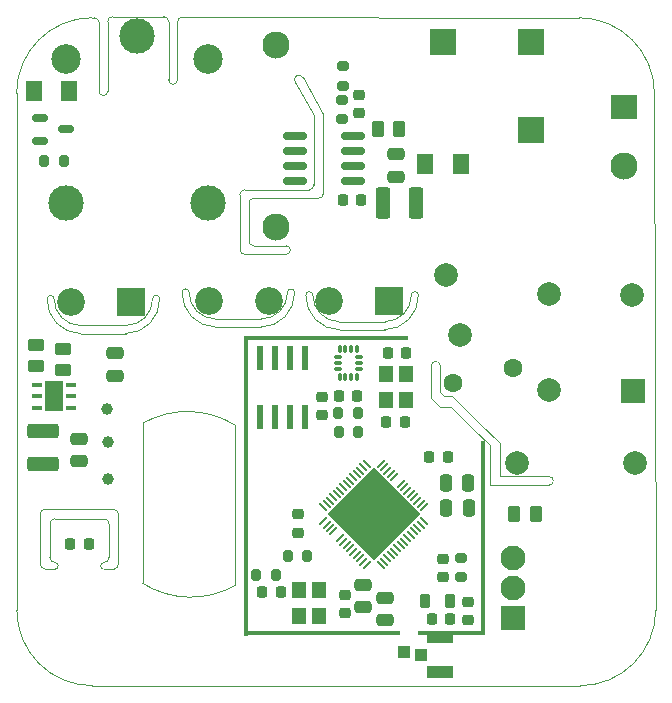
<source format=gbr>
%TF.GenerationSoftware,KiCad,Pcbnew,7.0.6*%
%TF.CreationDate,2023-07-20T17:02:44+02:00*%
%TF.ProjectId,smart_power_socket-54x54x1_6mm_3Cu,736d6172-745f-4706-9f77-65725f736f63,rev?*%
%TF.SameCoordinates,Original*%
%TF.FileFunction,Soldermask,Top*%
%TF.FilePolarity,Negative*%
%FSLAX46Y46*%
G04 Gerber Fmt 4.6, Leading zero omitted, Abs format (unit mm)*
G04 Created by KiCad (PCBNEW 7.0.6) date 2023-07-20 17:02:44*
%MOMM*%
%LPD*%
G01*
G04 APERTURE LIST*
G04 Aperture macros list*
%AMRoundRect*
0 Rectangle with rounded corners*
0 $1 Rounding radius*
0 $2 $3 $4 $5 $6 $7 $8 $9 X,Y pos of 4 corners*
0 Add a 4 corners polygon primitive as box body*
4,1,4,$2,$3,$4,$5,$6,$7,$8,$9,$2,$3,0*
0 Add four circle primitives for the rounded corners*
1,1,$1+$1,$2,$3*
1,1,$1+$1,$4,$5*
1,1,$1+$1,$6,$7*
1,1,$1+$1,$8,$9*
0 Add four rect primitives between the rounded corners*
20,1,$1+$1,$2,$3,$4,$5,0*
20,1,$1+$1,$4,$5,$6,$7,0*
20,1,$1+$1,$6,$7,$8,$9,0*
20,1,$1+$1,$8,$9,$2,$3,0*%
%AMRotRect*
0 Rectangle, with rotation*
0 The origin of the aperture is its center*
0 $1 length*
0 $2 width*
0 $3 Rotation angle, in degrees counterclockwise*
0 Add horizontal line*
21,1,$1,$2,0,0,$3*%
G04 Aperture macros list end*
%ADD10RoundRect,0.218750X0.218750X0.381250X-0.218750X0.381250X-0.218750X-0.381250X0.218750X-0.381250X0*%
%ADD11RoundRect,0.200000X-0.200000X-0.275000X0.200000X-0.275000X0.200000X0.275000X-0.200000X0.275000X0*%
%ADD12RoundRect,0.250000X-0.450000X0.262500X-0.450000X-0.262500X0.450000X-0.262500X0.450000X0.262500X0*%
%ADD13RoundRect,0.225000X-0.250000X0.225000X-0.250000X-0.225000X0.250000X-0.225000X0.250000X0.225000X0*%
%ADD14RoundRect,0.250000X1.075000X-0.375000X1.075000X0.375000X-1.075000X0.375000X-1.075000X-0.375000X0*%
%ADD15RoundRect,0.250000X0.475000X-0.250000X0.475000X0.250000X-0.475000X0.250000X-0.475000X-0.250000X0*%
%ADD16C,1.000000*%
%ADD17RoundRect,0.200000X-0.275000X0.200000X-0.275000X-0.200000X0.275000X-0.200000X0.275000X0.200000X0*%
%ADD18RoundRect,0.150000X-0.512500X-0.150000X0.512500X-0.150000X0.512500X0.150000X-0.512500X0.150000X0*%
%ADD19RoundRect,0.225000X0.225000X0.250000X-0.225000X0.250000X-0.225000X-0.250000X0.225000X-0.250000X0*%
%ADD20RoundRect,0.200000X0.275000X-0.200000X0.275000X0.200000X-0.275000X0.200000X-0.275000X-0.200000X0*%
%ADD21RoundRect,0.250000X0.250000X0.475000X-0.250000X0.475000X-0.250000X-0.475000X0.250000X-0.475000X0*%
%ADD22RoundRect,0.250001X0.462499X0.624999X-0.462499X0.624999X-0.462499X-0.624999X0.462499X-0.624999X0*%
%ADD23RoundRect,0.250000X0.450000X-0.262500X0.450000X0.262500X-0.450000X0.262500X-0.450000X-0.262500X0*%
%ADD24R,0.840000X0.420000*%
%ADD25R,1.600000X2.500000*%
%ADD26RoundRect,0.225000X-0.225000X-0.250000X0.225000X-0.250000X0.225000X0.250000X-0.225000X0.250000X0*%
%ADD27RoundRect,0.225000X0.250000X-0.225000X0.250000X0.225000X-0.250000X0.225000X-0.250000X-0.225000X0*%
%ADD28RoundRect,0.150000X-0.825000X-0.150000X0.825000X-0.150000X0.825000X0.150000X-0.825000X0.150000X0*%
%ADD29R,1.200000X1.400000*%
%ADD30RoundRect,0.087500X-0.087500X0.225000X-0.087500X-0.225000X0.087500X-0.225000X0.087500X0.225000X0*%
%ADD31RoundRect,0.087500X-0.225000X0.087500X-0.225000X-0.087500X0.225000X-0.087500X0.225000X0.087500X0*%
%ADD32RoundRect,0.041300X-0.253700X0.948700X-0.253700X-0.948700X0.253700X-0.948700X0.253700X0.948700X0*%
%ADD33R,1.000000X1.000000*%
%ADD34RoundRect,0.050000X0.309359X-0.238649X-0.238649X0.309359X-0.309359X0.238649X0.238649X-0.309359X0*%
%ADD35RoundRect,0.050000X0.309359X0.238649X0.238649X0.309359X-0.309359X-0.238649X-0.238649X-0.309359X0*%
%ADD36RoundRect,0.002500X0.003536X0.000000X0.000000X0.003536X-0.003536X0.000000X0.000000X-0.003536X0*%
%ADD37RotRect,5.600000X5.600000X135.000000*%
%ADD38RoundRect,0.250000X0.262500X0.450000X-0.262500X0.450000X-0.262500X-0.450000X0.262500X-0.450000X0*%
%ADD39R,0.400000X16.500000*%
%ADD40R,0.400000X25.400000*%
%ADD41R,2.195000X2.195000*%
%ADD42RoundRect,0.250000X0.375000X1.075000X-0.375000X1.075000X-0.375000X-1.075000X0.375000X-1.075000X0*%
%ADD43R,2.250000X1.100000*%
%ADD44R,1.100000X1.050000*%
%ADD45R,14.000000X0.400000*%
%ADD46R,5.700000X0.400000*%
%ADD47R,13.300000X0.400000*%
%ADD48C,1.600000*%
%ADD49C,3.000000*%
%ADD50C,2.500000*%
%ADD51C,2.010000*%
%ADD52R,2.340000X2.340000*%
%ADD53C,2.340000*%
%ADD54R,2.000000X2.000000*%
%ADD55C,2.000000*%
%ADD56R,2.300000X2.000000*%
%ADD57C,2.300000*%
%ADD58R,2.100000X2.100000*%
%ADD59C,2.100000*%
%TA.AperFunction,Profile*%
%ADD60C,0.100000*%
%TD*%
G04 APERTURE END LIST*
D10*
%TO.C,L1*%
X150705000Y-119490000D03*
X148580000Y-119490000D03*
%TD*%
D11*
%TO.C,ER2*%
X137000000Y-115680000D03*
X138650000Y-115680000D03*
%TD*%
D12*
%TO.C,AR1*%
X117970000Y-98115000D03*
X117970000Y-99940000D03*
%TD*%
D13*
%TO.C,EC15*%
X141845076Y-118955500D03*
X141845076Y-120505500D03*
%TD*%
D14*
%TO.C,AL1*%
X116259924Y-107830000D03*
X116259924Y-105030000D03*
%TD*%
D15*
%TO.C,AC1*%
X119320000Y-107650000D03*
X119320000Y-105750000D03*
%TD*%
D16*
%TO.C,TP3*%
X121710000Y-103190000D03*
%TD*%
D17*
%TO.C,ER5*%
X141629924Y-74172000D03*
X141629924Y-75822000D03*
%TD*%
D18*
%TO.C,RQ1*%
X115970000Y-78590000D03*
X115970000Y-80490000D03*
X118245000Y-79540000D03*
%TD*%
D19*
%TO.C,EC19*%
X143214924Y-85547000D03*
X141664924Y-85547000D03*
%TD*%
%TO.C,ATH20_C1*%
X120120000Y-114650000D03*
X118570000Y-114650000D03*
%TD*%
D20*
%TO.C,ER1*%
X151640000Y-117445000D03*
X151640000Y-115795000D03*
%TD*%
D21*
%TO.C,EC3*%
X152290000Y-109440000D03*
X150390000Y-109440000D03*
%TD*%
D20*
%TO.C,ER4*%
X141599924Y-78672000D03*
X141599924Y-77022000D03*
%TD*%
D19*
%TO.C,IMUC1*%
X142850000Y-102140000D03*
X141300000Y-102140000D03*
%TD*%
D22*
%TO.C,HLD1*%
X151617424Y-82492000D03*
X148642424Y-82492000D03*
%TD*%
D23*
%TO.C,AR2*%
X115670000Y-99602500D03*
X115670000Y-97777500D03*
%TD*%
D24*
%TO.C,AU1*%
X115734924Y-101192000D03*
X115734924Y-102142000D03*
X115734924Y-103092000D03*
X118604924Y-103092000D03*
X118604924Y-102142000D03*
X118604924Y-101192000D03*
D25*
X117169924Y-102142000D03*
%TD*%
D26*
%TO.C,EC10*%
X149170076Y-121000500D03*
X150720076Y-121000500D03*
%TD*%
D27*
%TO.C,EC1*%
X150100000Y-117420000D03*
X150100000Y-115870000D03*
%TD*%
%TO.C,AUC1*%
X139865000Y-103737500D03*
X139865000Y-102187500D03*
%TD*%
D28*
%TO.C,ACS1*%
X137604924Y-80132000D03*
X137604924Y-81402000D03*
X137604924Y-82672000D03*
X137604924Y-83942000D03*
X142554924Y-83942000D03*
X142554924Y-82672000D03*
X142554924Y-81402000D03*
X142554924Y-80132000D03*
%TD*%
D29*
%TO.C,ECY1*%
X146965000Y-102452500D03*
X146965000Y-100252500D03*
X145265000Y-100252500D03*
X145265000Y-102452500D03*
%TD*%
D15*
%TO.C,EC4*%
X143385076Y-119990500D03*
X143385076Y-118090500D03*
%TD*%
%TO.C,HLC1*%
X146189924Y-83532000D03*
X146189924Y-81632000D03*
%TD*%
D29*
%TO.C,ECY2*%
X139650000Y-120720000D03*
X139650000Y-118520000D03*
X137950000Y-118520000D03*
X137950000Y-120720000D03*
%TD*%
D11*
%TO.C,RR1*%
X116355000Y-82240000D03*
X118005000Y-82240000D03*
%TD*%
D16*
%TO.C,TP2*%
X121790000Y-105970000D03*
%TD*%
D13*
%TO.C,EC18*%
X143039924Y-76582000D03*
X143039924Y-78132000D03*
%TD*%
D30*
%TO.C,U3*%
X142870000Y-98165000D03*
X142370000Y-98165000D03*
X141870000Y-98165000D03*
X141370000Y-98165000D03*
D31*
X141207500Y-98827500D03*
X141207500Y-99327500D03*
X141207500Y-99827500D03*
D30*
X141370000Y-100490000D03*
X141870000Y-100490000D03*
X142370000Y-100490000D03*
X142870000Y-100490000D03*
D31*
X143032500Y-99827500D03*
X143032500Y-99327500D03*
X143032500Y-98827500D03*
%TD*%
D22*
%TO.C,HLD3*%
X118487500Y-76310000D03*
X115512500Y-76310000D03*
%TD*%
D32*
%TO.C,U1*%
X138460000Y-98910000D03*
X137190000Y-98910000D03*
X135920000Y-98910000D03*
X134650000Y-98910000D03*
X134650000Y-103850000D03*
X135920000Y-103850000D03*
X137190000Y-103850000D03*
X138460000Y-103850000D03*
%TD*%
D19*
%TO.C,EC17*%
X136375076Y-118670500D03*
X134825076Y-118670500D03*
%TD*%
D33*
%TO.C,REF\u002A\u002A*%
X146790000Y-123790000D03*
%TD*%
D34*
%TO.C,ESP32S1*%
X144862202Y-116406708D03*
X145145045Y-116123865D03*
X145427887Y-115841023D03*
X145710730Y-115558180D03*
X145993573Y-115275337D03*
X146276415Y-114992495D03*
X146559258Y-114709652D03*
X146842101Y-114426809D03*
X147124944Y-114143966D03*
X147407786Y-113861124D03*
X147690629Y-113578281D03*
X147973472Y-113295438D03*
X148256314Y-113012596D03*
X148539157Y-112729753D03*
D35*
X148539157Y-111545349D03*
X148256314Y-111262506D03*
X147973472Y-110979664D03*
X147690629Y-110696821D03*
X147407786Y-110413978D03*
X147124944Y-110131136D03*
X146842101Y-109848293D03*
X146559258Y-109565450D03*
D36*
X146276415Y-109282607D03*
D35*
X145993573Y-108999765D03*
X145710730Y-108716922D03*
X145427887Y-108434079D03*
X145145045Y-108151237D03*
X144862202Y-107868394D03*
D34*
X143677798Y-107868394D03*
X143394955Y-108151237D03*
X143112113Y-108434079D03*
X142829270Y-108716922D03*
X142546427Y-108999765D03*
X142263585Y-109282607D03*
X141980742Y-109565450D03*
X141697899Y-109848293D03*
X141415056Y-110131136D03*
X141132214Y-110413978D03*
X140849371Y-110696821D03*
X140566528Y-110979664D03*
X140283686Y-111262506D03*
X140000843Y-111545349D03*
D35*
X140000843Y-112729753D03*
X140283686Y-113012596D03*
X140566528Y-113295438D03*
X140849371Y-113578281D03*
D36*
X141132214Y-113861124D03*
D35*
X141415056Y-114143966D03*
X141697899Y-114426809D03*
X141980742Y-114709652D03*
X142263585Y-114992495D03*
X142546427Y-115275337D03*
X142829270Y-115558180D03*
X143112113Y-115841023D03*
X143394955Y-116123865D03*
X143677798Y-116406708D03*
D37*
X144270000Y-112137551D03*
%TD*%
D11*
%TO.C,ER3*%
X134320076Y-117240500D03*
X135970076Y-117240500D03*
%TD*%
D38*
%TO.C,DS1*%
X158000000Y-112110000D03*
X156175000Y-112110000D03*
%TD*%
D27*
%TO.C,EC11*%
X137820000Y-113685000D03*
X137820000Y-112135000D03*
%TD*%
D13*
%TO.C,EC7*%
X152270000Y-119525000D03*
X152270000Y-121075000D03*
%TD*%
D15*
%TO.C,AC2*%
X122369924Y-100372000D03*
X122369924Y-98472000D03*
%TD*%
D39*
%TO.C,*%
X153500000Y-114090000D03*
%TD*%
D40*
%TO.C,*%
X133420076Y-109695500D03*
%TD*%
D15*
%TO.C,EC2*%
X145205076Y-121080500D03*
X145205076Y-119180500D03*
%TD*%
D41*
%TO.C,BZ1*%
X157574924Y-79547000D03*
X157574924Y-72147000D03*
X150174924Y-72147000D03*
%TD*%
D11*
%TO.C,IMR2*%
X141255076Y-103552500D03*
X142905076Y-103552500D03*
%TD*%
%TO.C,IMR1*%
X141300000Y-105172500D03*
X142950000Y-105172500D03*
%TD*%
D42*
%TO.C,HLL1*%
X147859924Y-85792000D03*
X145059924Y-85792000D03*
%TD*%
D19*
%TO.C,EC12*%
X146875000Y-104290000D03*
X145325000Y-104290000D03*
%TD*%
D43*
%TO.C,J4*%
X149850000Y-122540000D03*
X149850000Y-125490000D03*
D44*
X148300000Y-124015000D03*
%TD*%
D38*
%TO.C,HLR2*%
X146432424Y-79482000D03*
X144607424Y-79482000D03*
%TD*%
D45*
%TO.C,REF\u002A\u002A*%
X140225076Y-97170500D03*
%TD*%
D16*
%TO.C,TP1*%
X121780000Y-109170000D03*
%TD*%
D46*
%TO.C,*%
X150790076Y-122155500D03*
%TD*%
D26*
%TO.C,EC14*%
X145445000Y-98440000D03*
X146995000Y-98440000D03*
%TD*%
D47*
%TO.C,REF\u002A\u002A*%
X139890228Y-122195449D03*
%TD*%
D26*
%TO.C,EC8*%
X148970000Y-107292500D03*
X150520000Y-107292500D03*
%TD*%
D21*
%TO.C,EC5*%
X152320000Y-111630000D03*
X150420000Y-111630000D03*
%TD*%
D48*
%TO.C,HLV1*%
X151019924Y-101002000D03*
X156019924Y-99702000D03*
%TD*%
D49*
%TO.C,Relay1*%
X124194924Y-71607000D03*
D50*
X130244924Y-73557000D03*
D49*
X130244924Y-85757000D03*
X118194924Y-85807000D03*
D50*
X118244924Y-73557000D03*
%TD*%
D51*
%TO.C,PF1*%
X151579924Y-96952000D03*
X150379924Y-91852000D03*
%TD*%
D52*
%TO.C,J5*%
X123730000Y-94180000D03*
D53*
X118650000Y-94180000D03*
%TD*%
D54*
%TO.C,HLL2*%
X166205549Y-101650750D03*
D55*
X159138049Y-101578250D03*
X166135549Y-93522750D03*
X159088049Y-93445250D03*
%TD*%
D52*
%TO.C,J2*%
X145530000Y-94080000D03*
D53*
X140450000Y-94080000D03*
X135370000Y-94080000D03*
X130290000Y-94080000D03*
%TD*%
D56*
%TO.C,HiLink1*%
X165422424Y-77622000D03*
D57*
X165422424Y-82622000D03*
X136022424Y-72422000D03*
X136022424Y-87822000D03*
%TD*%
D58*
%TO.C,TEMPDS1*%
X156040000Y-120890000D03*
D59*
X156040000Y-118350000D03*
X156040000Y-115810000D03*
%TD*%
D55*
%TO.C,HLC2*%
X156390000Y-107740000D03*
X166390000Y-107740000D03*
%TD*%
D60*
X116034099Y-112111772D02*
X116052969Y-116354114D01*
X119467398Y-96819625D02*
X123278973Y-96819625D01*
X116053012Y-116354114D02*
G75*
G03*
X116483456Y-116764113I410688J214D01*
G01*
X122643533Y-112108968D02*
G75*
G03*
X122213106Y-111698969I-410133J368D01*
G01*
X132940932Y-89712067D02*
X132942993Y-85047165D01*
X149889022Y-101804022D02*
X149889022Y-99544022D01*
X130898425Y-96270000D02*
X134710000Y-96270000D01*
X141378425Y-96500871D02*
X145190000Y-96500871D01*
X119427398Y-96128754D02*
X123318973Y-96128754D01*
X138248899Y-75119216D02*
G75*
G03*
X137607176Y-75489714I-320899J-185184D01*
G01*
X148051575Y-93570000D02*
G75*
G03*
X147448425Y-93570000I-301575J0D01*
G01*
X121850193Y-112910000D02*
G75*
G03*
X121419756Y-112500002I-410293J200D01*
G01*
X133353969Y-90125104D02*
X136833969Y-90125975D01*
X117208950Y-93888754D02*
G75*
G03*
X119427398Y-96128754I2218450J-21446D01*
G01*
X114049965Y-120229930D02*
X114031486Y-76477000D01*
X132547381Y-104575763D02*
G75*
G03*
X124716477Y-104407324I-4057381J-6514237D01*
G01*
X141338425Y-95810000D02*
X145230000Y-95810000D01*
X130858425Y-95579129D02*
X134750000Y-95579129D01*
X159100000Y-109651080D02*
X154100000Y-109640000D01*
X124716477Y-104407324D02*
X124716477Y-117977196D01*
X117263698Y-112493958D02*
X121419756Y-112500001D01*
X116843168Y-115784446D02*
G75*
G03*
X117273699Y-116194445I410532J46D01*
G01*
X128063037Y-70017000D02*
G75*
G03*
X127650000Y-70430000I-37J-413000D01*
G01*
X153185000Y-104375978D02*
X151475000Y-102660000D01*
X122240273Y-116774315D02*
X121440275Y-116774758D01*
X154930000Y-106070000D02*
X154930000Y-108900000D01*
X150770978Y-103004022D02*
X152660978Y-104900000D01*
X136833969Y-90125905D02*
G75*
G03*
X136833969Y-89384895I-69J370505D01*
G01*
X138781907Y-84636044D02*
G75*
G03*
X139194944Y-84223042I-7J413044D01*
G01*
X117273699Y-116768755D02*
G75*
G03*
X117273699Y-116194445I1J287155D01*
G01*
X126140548Y-93888754D02*
G75*
G03*
X125537398Y-93888754I-301575J0D01*
G01*
X139120003Y-93570000D02*
G75*
G03*
X141338425Y-95810000I2218497J-21400D01*
G01*
X150935000Y-102120000D02*
X150205000Y-102120000D01*
X134106031Y-85375104D02*
X139591907Y-85376079D01*
X126898920Y-75336963D02*
G75*
G03*
X127640000Y-75336963I370540J0D01*
G01*
X154110000Y-106280000D02*
X154100000Y-109640000D01*
X134106031Y-89395104D02*
X136833969Y-89384895D01*
X140003969Y-78255104D02*
X138248970Y-75119175D01*
X137571575Y-93339129D02*
G75*
G03*
X136968425Y-93339129I-301575J0D01*
G01*
X133356030Y-84634093D02*
G75*
G03*
X132942993Y-85047165I70J-413107D01*
G01*
X128640075Y-93339130D02*
G75*
G03*
X130858425Y-95579129I2218425J-21470D01*
G01*
X133692994Y-88982067D02*
X133692994Y-85788141D01*
X132547381Y-118145635D02*
X132547381Y-104575763D01*
X126903000Y-70403037D02*
G75*
G03*
X126490000Y-69990000I-413000J37D01*
G01*
X149889022Y-99544022D02*
G75*
G03*
X149147942Y-99544022I-370540J0D01*
G01*
X123278973Y-96819607D02*
G75*
G03*
X126140548Y-93888754I-23673J2885507D01*
G01*
X138516788Y-93569999D02*
G75*
G03*
X141378425Y-96500871I2885312J-45301D01*
G01*
X139194944Y-84223042D02*
X139213969Y-78315104D01*
X168031605Y-76476965D02*
G75*
G03*
X161631486Y-70076895I-6400005J65D01*
G01*
X139213969Y-78315104D02*
X137607175Y-75489714D01*
X120431556Y-70076930D02*
X120597938Y-70076930D01*
X122240273Y-116774368D02*
G75*
G03*
X122650272Y-116343828I127J410368D01*
G01*
X126490000Y-69990000D02*
X122160000Y-69990000D01*
X139120000Y-93570000D02*
G75*
G03*
X138516850Y-93570000I-301575J0D01*
G01*
X127650000Y-70430000D02*
X127640000Y-75336963D01*
X134750000Y-95579128D02*
G75*
G03*
X136968424Y-93339129I0J2218528D01*
G01*
X168140070Y-120229930D02*
X168031556Y-76476965D01*
X132940896Y-89712067D02*
G75*
G03*
X133353969Y-90125104I413104J67D01*
G01*
X145230000Y-95810029D02*
G75*
G03*
X147448425Y-93570000I0J2218529D01*
G01*
X122649754Y-116343828D02*
X122643593Y-112108968D01*
X123318973Y-96128701D02*
G75*
G03*
X125537397Y-93888754I27J2218501D01*
G01*
X117208973Y-93888754D02*
G75*
G03*
X116605823Y-93888754I-301575J0D01*
G01*
X122160000Y-69989963D02*
G75*
G03*
X121746963Y-70403037I0J-413037D01*
G01*
X140004944Y-84963042D02*
X140003969Y-78255104D01*
X150770978Y-103004022D02*
X149895000Y-103001080D01*
X120431556Y-70076886D02*
G75*
G03*
X114031486Y-76477000I44J-6400114D01*
G01*
X116483456Y-116764113D02*
X117273699Y-116768716D01*
X149147942Y-102254022D02*
X149895000Y-103001080D01*
X128063037Y-70016963D02*
X161631486Y-70076895D01*
X116843212Y-115784446D02*
X116853699Y-112924445D01*
X117263698Y-112494005D02*
G75*
G03*
X116853700Y-112924445I-198J-410295D01*
G01*
X121005883Y-76300000D02*
G75*
G03*
X121746963Y-76300000I370540J0D01*
G01*
X151475000Y-102660000D02*
X150935000Y-102120000D01*
X134710000Y-96270034D02*
G75*
G03*
X137571574Y-93339129I-23700J2885534D01*
G01*
X145190001Y-96500935D02*
G75*
G03*
X148051575Y-93570000I-23701J2885535D01*
G01*
X133692996Y-88982067D02*
G75*
G03*
X134106031Y-89395104I413104J67D01*
G01*
X134106031Y-85375094D02*
G75*
G03*
X133692994Y-85788141I-31J-413006D01*
G01*
X121440275Y-116200442D02*
G75*
G03*
X121440275Y-116774758I25J-287158D01*
G01*
X138781907Y-84636079D02*
X133356030Y-84634128D01*
X161740000Y-126630000D02*
X120450035Y-126630000D01*
X128640000Y-93339129D02*
G75*
G03*
X128036850Y-93339129I-301575J0D01*
G01*
X150205000Y-102120000D02*
X149889022Y-101804022D01*
X159100000Y-109651000D02*
G75*
G03*
X159100000Y-108910000I0J370500D01*
G01*
X122213106Y-111698969D02*
X116444098Y-111681285D01*
X116444098Y-111681308D02*
G75*
G03*
X116034099Y-112111772I-98J-410392D01*
G01*
X116605834Y-93888754D02*
G75*
G03*
X119467398Y-96819625I2885266J-45346D01*
G01*
X152660978Y-104900000D02*
X154110000Y-106280000D01*
X121849756Y-115770000D02*
X121850243Y-112910000D01*
X149147942Y-99544022D02*
X149147942Y-102254022D01*
X121010975Y-70489967D02*
X121005883Y-76300000D01*
X121010970Y-70489967D02*
G75*
G03*
X120597938Y-70076930I-413070J-33D01*
G01*
X126903037Y-70403037D02*
X126898920Y-75336963D01*
X124716500Y-117977159D02*
G75*
G03*
X132547381Y-118145635I4057400J6514159D01*
G01*
X114050000Y-120229930D02*
G75*
G03*
X120450035Y-126630000I6400200J130D01*
G01*
X139591907Y-85376044D02*
G75*
G03*
X140004944Y-84963042I-7J413044D01*
G01*
X161740000Y-126630000D02*
G75*
G03*
X168140070Y-120229930I30J6400040D01*
G01*
X128036860Y-93339129D02*
G75*
G03*
X130898425Y-96270000I2885240J-45371D01*
G01*
X121440275Y-116200461D02*
G75*
G03*
X121850273Y-115770000I25J410461D01*
G01*
X121746963Y-70403037D02*
X121746963Y-76300000D01*
X153185000Y-104375978D02*
X154930000Y-106070000D01*
X154930000Y-108900000D02*
X159100000Y-108910000D01*
M02*

</source>
